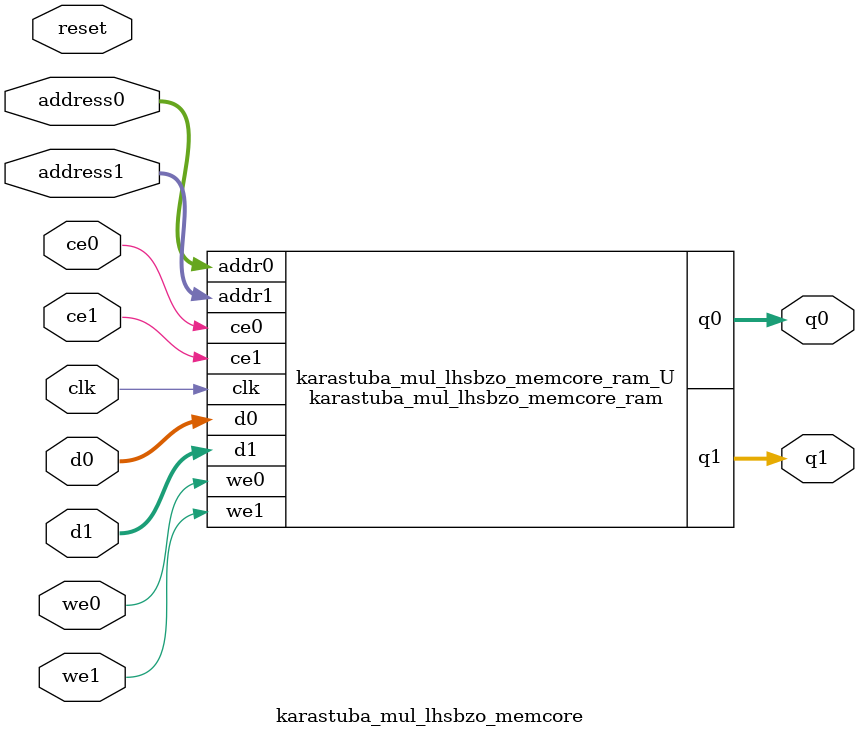
<source format=v>
`timescale 1 ns / 1 ps
module karastuba_mul_lhsbzo_memcore_ram (addr0, ce0, d0, we0, q0, addr1, ce1, d1, we1, q1,  clk);

parameter DWIDTH = 32;
parameter AWIDTH = 8;
parameter MEM_SIZE = 256;

input[AWIDTH-1:0] addr0;
input ce0;
input[DWIDTH-1:0] d0;
input we0;
output reg[DWIDTH-1:0] q0;
input[AWIDTH-1:0] addr1;
input ce1;
input[DWIDTH-1:0] d1;
input we1;
output reg[DWIDTH-1:0] q1;
input clk;

(* ram_style = "block" *)reg [DWIDTH-1:0] ram[0:MEM_SIZE-1];




always @(posedge clk)  
begin 
    if (ce0) begin
        if (we0) 
            ram[addr0] <= d0; 
        q0 <= ram[addr0];
    end
end


always @(posedge clk)  
begin 
    if (ce1) begin
        if (we1) 
            ram[addr1] <= d1; 
        q1 <= ram[addr1];
    end
end


endmodule

`timescale 1 ns / 1 ps
module karastuba_mul_lhsbzo_memcore(
    reset,
    clk,
    address0,
    ce0,
    we0,
    d0,
    q0,
    address1,
    ce1,
    we1,
    d1,
    q1);

parameter DataWidth = 32'd32;
parameter AddressRange = 32'd256;
parameter AddressWidth = 32'd8;
input reset;
input clk;
input[AddressWidth - 1:0] address0;
input ce0;
input we0;
input[DataWidth - 1:0] d0;
output[DataWidth - 1:0] q0;
input[AddressWidth - 1:0] address1;
input ce1;
input we1;
input[DataWidth - 1:0] d1;
output[DataWidth - 1:0] q1;



karastuba_mul_lhsbzo_memcore_ram karastuba_mul_lhsbzo_memcore_ram_U(
    .clk( clk ),
    .addr0( address0 ),
    .ce0( ce0 ),
    .we0( we0 ),
    .d0( d0 ),
    .q0( q0 ),
    .addr1( address1 ),
    .ce1( ce1 ),
    .we1( we1 ),
    .d1( d1 ),
    .q1( q1 ));

endmodule


</source>
